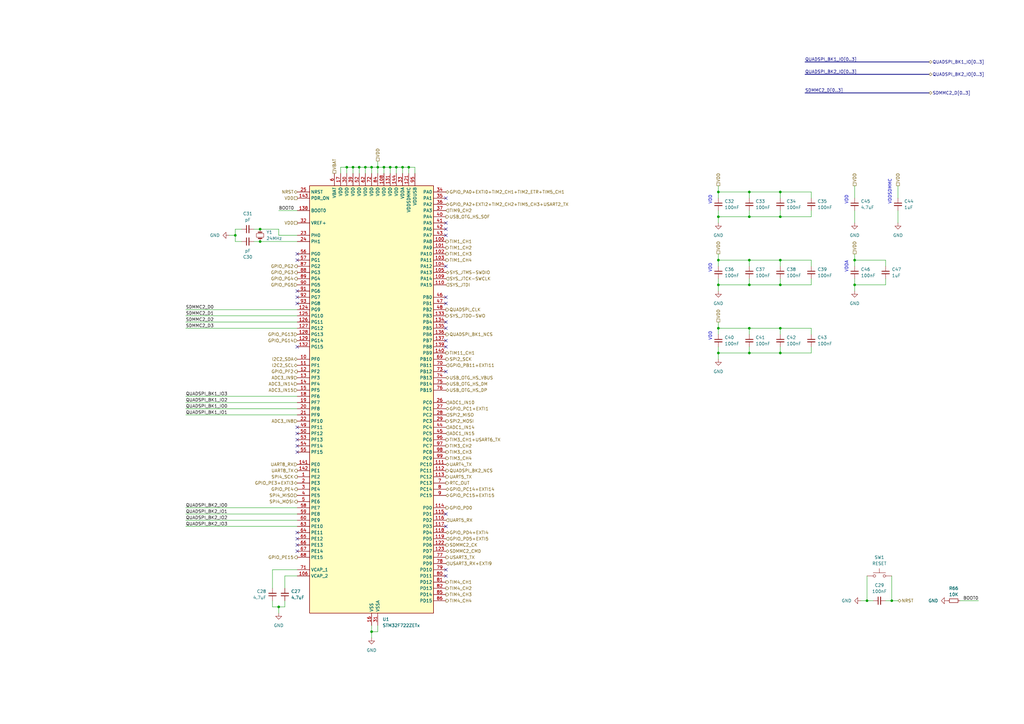
<source format=kicad_sch>
(kicad_sch (version 20230121) (generator eeschema)
  (paper "A3")
  (lib_symbols
    (symbol "Device:C_Small" (pin_numbers hide) (pin_names (offset 0.254) hide)
      (property "Reference" "C" (at 0.254 1.778 0))
      (property "Value" "C_Small" (at 0.254 -2.032 0))
      (symbol "C_Small_0_1"
        (polyline (pts (xy -1.524 -0.508) (xy 1.524 -0.508)) (stroke (width 0.3302)))
        (polyline (pts (xy -1.524 0.508) (xy 1.524 0.508)) (stroke (width 0.3048)))
      )
      (symbol "C_Small_1_1"
        (pin passive line (at 0 2.54 270) (length 2.032) (name "~") (number "1"))
        (pin passive line (at 0 -2.54 90) (length 2.032) (name "~") (number "2"))
      )
    )
    (symbol "Device:Crystal_Small" (pin_numbers hide) (pin_names (offset 1.016) hide)
      (property "Reference" "Y" (at 0 2.54 0))
      (property "Value" "Crystal_Small" (at 0 -2.54 0))
      (symbol "Crystal_Small_0_1"
        (rectangle (start -0.762 -1.524) (end 0.762 1.524))
        (polyline (pts (xy -1.27 -0.762) (xy -1.27 0.762)) (stroke (width 0.381)))
        (polyline (pts (xy 1.27 -0.762) (xy 1.27 0.762)) (stroke (width 0.381)))
      )
      (symbol "Crystal_Small_1_1"
        (pin passive line (at -2.54 0 0) (length 1.27) (name "1") (number "1"))
        (pin passive line (at 2.54 0 180) (length 1.27) (name "2") (number "2"))
      )
    )
    (symbol "Device:R_Small" (pin_numbers hide) (pin_names (offset 0.254) hide)
      (property "Reference" "R" (at 0.762 0.508 0))
      (property "Value" "R_Small" (at 0.762 -1.016 0))
      (symbol "R_Small_0_1"
        (rectangle (start -0.762 1.778) (end 0.762 -1.778) (stroke (width 0.2032)))
      )
      (symbol "R_Small_1_1"
        (pin passive line (at 0 2.54 270) (length 0.762) (name "~") (number "1"))
        (pin passive line (at 0 -2.54 90) (length 0.762) (name "~") (number "2"))
      )
    )
    (symbol "MCU_ST_STM32F7:STM32F722ZETx"
      (property "Reference" "U" (at -25.4 90.17 0))
      (property "Value" "STM32F722ZETx" (at 20.32 90.17 0))
      (symbol "STM32F722ZETx_0_1"
        (rectangle (start -25.4 -86.36) (end 25.4 88.9) (stroke (width 0.254)) (fill (type background)))
      )
      (symbol "STM32F722ZETx_1_1"
        (pin bidirectional line (at -30.48 -30.48 0) (length 5.08) (name "PE2") (number "1"))
        (pin bidirectional line (at -30.48 17.78 0) (length 5.08) (name "PF0") (number "10"))
        (pin bidirectional line (at 30.48 66.04 180) (length 5.08) (name "PA8") (number "100"))
        (pin bidirectional line (at 30.48 63.5 180) (length 5.08) (name "PA9") (number "101"))
        (pin bidirectional line (at 30.48 60.96 180) (length 5.08) (name "PA10") (number "102"))
        (pin bidirectional line (at 30.48 58.42 180) (length 5.08) (name "PA11") (number "103"))
        (pin bidirectional line (at 30.48 55.88 180) (length 5.08) (name "PA12") (number "104"))
        (pin bidirectional line (at 30.48 53.34 180) (length 5.08) (name "PA13") (number "105"))
        (pin power_out line (at -30.48 -71.12 0) (length 5.08) (name "VCAP_2") (number "106"))
        (pin passive line (at 0 -91.44 90) (length 5.08) hide (name "VSS") (number "107"))
        (pin power_in line (at 5.08 93.98 270) (length 5.08) (name "VDD") (number "108"))
        (pin bidirectional line (at 30.48 50.8 180) (length 5.08) (name "PA14") (number "109"))
        (pin bidirectional line (at -30.48 15.24 0) (length 5.08) (name "PF1") (number "11"))
        (pin bidirectional line (at 30.48 48.26 180) (length 5.08) (name "PA15") (number "110"))
        (pin bidirectional line (at 30.48 -25.4 180) (length 5.08) (name "PC10") (number "111"))
        (pin bidirectional line (at 30.48 -27.94 180) (length 5.08) (name "PC11") (number "112"))
        (pin bidirectional line (at 30.48 -30.48 180) (length 5.08) (name "PC12") (number "113"))
        (pin bidirectional line (at 30.48 -43.18 180) (length 5.08) (name "PD0") (number "114"))
        (pin bidirectional line (at 30.48 -45.72 180) (length 5.08) (name "PD1") (number "115"))
        (pin bidirectional line (at 30.48 -48.26 180) (length 5.08) (name "PD2") (number "116"))
        (pin bidirectional line (at 30.48 -50.8 180) (length 5.08) (name "PD3") (number "117"))
        (pin bidirectional line (at 30.48 -53.34 180) (length 5.08) (name "PD4") (number "118"))
        (pin bidirectional line (at 30.48 -55.88 180) (length 5.08) (name "PD5") (number "119"))
        (pin bidirectional line (at -30.48 12.7 0) (length 5.08) (name "PF2") (number "12"))
        (pin passive line (at 0 -91.44 90) (length 5.08) hide (name "VSS") (number "120"))
        (pin power_in line (at 15.24 93.98 270) (length 5.08) (name "VDDSDMMC") (number "121"))
        (pin bidirectional line (at 30.48 -58.42 180) (length 5.08) (name "PD6") (number "122"))
        (pin bidirectional line (at 30.48 -60.96 180) (length 5.08) (name "PD7") (number "123"))
        (pin bidirectional line (at -30.48 38.1 0) (length 5.08) (name "PG9") (number "124"))
        (pin bidirectional line (at -30.48 35.56 0) (length 5.08) (name "PG10") (number "125"))
        (pin bidirectional line (at -30.48 33.02 0) (length 5.08) (name "PG11") (number "126"))
        (pin bidirectional line (at -30.48 30.48 0) (length 5.08) (name "PG12") (number "127"))
        (pin bidirectional line (at -30.48 27.94 0) (length 5.08) (name "PG13") (number "128"))
        (pin bidirectional line (at -30.48 25.4 0) (length 5.08) (name "PG14") (number "129"))
        (pin bidirectional line (at -30.48 10.16 0) (length 5.08) (name "PF3") (number "13"))
        (pin passive line (at 0 -91.44 90) (length 5.08) hide (name "VSS") (number "130"))
        (pin power_in line (at 7.62 93.98 270) (length 5.08) (name "VDD") (number "131"))
        (pin bidirectional line (at -30.48 22.86 0) (length 5.08) (name "PG15") (number "132"))
        (pin bidirectional line (at 30.48 35.56 180) (length 5.08) (name "PB3") (number "133"))
        (pin bidirectional line (at 30.48 33.02 180) (length 5.08) (name "PB4") (number "134"))
        (pin bidirectional line (at 30.48 30.48 180) (length 5.08) (name "PB5") (number "135"))
        (pin bidirectional line (at 30.48 27.94 180) (length 5.08) (name "PB6") (number "136"))
        (pin bidirectional line (at 30.48 25.4 180) (length 5.08) (name "PB7") (number "137"))
        (pin input line (at -30.48 78.74 0) (length 5.08) (name "BOOT0") (number "138"))
        (pin bidirectional line (at 30.48 22.86 180) (length 5.08) (name "PB8") (number "139"))
        (pin bidirectional line (at -30.48 7.62 0) (length 5.08) (name "PF4") (number "14"))
        (pin bidirectional line (at 30.48 20.32 180) (length 5.08) (name "PB9") (number "140"))
        (pin bidirectional line (at -30.48 -25.4 0) (length 5.08) (name "PE0") (number "141"))
        (pin bidirectional line (at -30.48 -27.94 0) (length 5.08) (name "PE1") (number "142"))
        (pin input line (at -30.48 83.82 0) (length 5.08) (name "PDR_ON") (number "143"))
        (pin power_in line (at 10.16 93.98 270) (length 5.08) (name "VDD") (number "144"))
        (pin bidirectional line (at -30.48 5.08 0) (length 5.08) (name "PF5") (number "15"))
        (pin power_in line (at 0 -91.44 90) (length 5.08) (name "VSS") (number "16"))
        (pin power_in line (at -12.7 93.98 270) (length 5.08) (name "VDD") (number "17"))
        (pin bidirectional line (at -30.48 2.54 0) (length 5.08) (name "PF6") (number "18"))
        (pin bidirectional line (at -30.48 0 0) (length 5.08) (name "PF7") (number "19"))
        (pin bidirectional line (at -30.48 -33.02 0) (length 5.08) (name "PE3") (number "2"))
        (pin bidirectional line (at -30.48 -2.54 0) (length 5.08) (name "PF8") (number "20"))
        (pin bidirectional line (at -30.48 -5.08 0) (length 5.08) (name "PF9") (number "21"))
        (pin bidirectional line (at -30.48 -7.62 0) (length 5.08) (name "PF10") (number "22"))
        (pin bidirectional line (at -30.48 68.58 0) (length 5.08) (name "PH0") (number "23"))
        (pin bidirectional line (at -30.48 66.04 0) (length 5.08) (name "PH1") (number "24"))
        (pin input line (at -30.48 86.36 0) (length 5.08) (name "NRST") (number "25"))
        (pin bidirectional line (at 30.48 0 180) (length 5.08) (name "PC0") (number "26"))
        (pin bidirectional line (at 30.48 -2.54 180) (length 5.08) (name "PC1") (number "27"))
        (pin bidirectional line (at 30.48 -5.08 180) (length 5.08) (name "PC2") (number "28"))
        (pin bidirectional line (at 30.48 -7.62 180) (length 5.08) (name "PC3") (number "29"))
        (pin bidirectional line (at -30.48 -35.56 0) (length 5.08) (name "PE4") (number "3"))
        (pin power_in line (at -10.16 93.98 270) (length 5.08) (name "VDD") (number "30"))
        (pin power_in line (at 2.54 -91.44 90) (length 5.08) (name "VSSA") (number "31"))
        (pin input line (at -30.48 73.66 0) (length 5.08) (name "VREF+") (number "32"))
        (pin power_in line (at 12.7 93.98 270) (length 5.08) (name "VDDA") (number "33"))
        (pin bidirectional line (at 30.48 86.36 180) (length 5.08) (name "PA0") (number "34"))
        (pin bidirectional line (at 30.48 83.82 180) (length 5.08) (name "PA1") (number "35"))
        (pin bidirectional line (at 30.48 81.28 180) (length 5.08) (name "PA2") (number "36"))
        (pin bidirectional line (at 30.48 78.74 180) (length 5.08) (name "PA3") (number "37"))
        (pin passive line (at 0 -91.44 90) (length 5.08) hide (name "VSS") (number "38"))
        (pin power_in line (at -7.62 93.98 270) (length 5.08) (name "VDD") (number "39"))
        (pin bidirectional line (at -30.48 -38.1 0) (length 5.08) (name "PE5") (number "4"))
        (pin bidirectional line (at 30.48 76.2 180) (length 5.08) (name "PA4") (number "40"))
        (pin bidirectional line (at 30.48 73.66 180) (length 5.08) (name "PA5") (number "41"))
        (pin bidirectional line (at 30.48 71.12 180) (length 5.08) (name "PA6") (number "42"))
        (pin bidirectional line (at 30.48 68.58 180) (length 5.08) (name "PA7") (number "43"))
        (pin bidirectional line (at 30.48 -10.16 180) (length 5.08) (name "PC4") (number "44"))
        (pin bidirectional line (at 30.48 -12.7 180) (length 5.08) (name "PC5") (number "45"))
        (pin bidirectional line (at 30.48 43.18 180) (length 5.08) (name "PB0") (number "46"))
        (pin bidirectional line (at 30.48 40.64 180) (length 5.08) (name "PB1") (number "47"))
        (pin bidirectional line (at 30.48 38.1 180) (length 5.08) (name "PB2") (number "48"))
        (pin bidirectional line (at -30.48 -10.16 0) (length 5.08) (name "PF11") (number "49"))
        (pin bidirectional line (at -30.48 -40.64 0) (length 5.08) (name "PE6") (number "5"))
        (pin bidirectional line (at -30.48 -12.7 0) (length 5.08) (name "PF12") (number "50"))
        (pin passive line (at 0 -91.44 90) (length 5.08) hide (name "VSS") (number "51"))
        (pin power_in line (at -5.08 93.98 270) (length 5.08) (name "VDD") (number "52"))
        (pin bidirectional line (at -30.48 -15.24 0) (length 5.08) (name "PF13") (number "53"))
        (pin bidirectional line (at -30.48 -17.78 0) (length 5.08) (name "PF14") (number "54"))
        (pin bidirectional line (at -30.48 -20.32 0) (length 5.08) (name "PF15") (number "55"))
        (pin bidirectional line (at -30.48 60.96 0) (length 5.08) (name "PG0") (number "56"))
        (pin bidirectional line (at -30.48 58.42 0) (length 5.08) (name "PG1") (number "57"))
        (pin bidirectional line (at -30.48 -43.18 0) (length 5.08) (name "PE7") (number "58"))
        (pin bidirectional line (at -30.48 -45.72 0) (length 5.08) (name "PE8") (number "59"))
        (pin power_in line (at -15.24 93.98 270) (length 5.08) (name "VBAT") (number "6"))
        (pin bidirectional line (at -30.48 -48.26 0) (length 5.08) (name "PE9") (number "60"))
        (pin passive line (at 0 -91.44 90) (length 5.08) hide (name "VSS") (number "61"))
        (pin power_in line (at -2.54 93.98 270) (length 5.08) (name "VDD") (number "62"))
        (pin bidirectional line (at -30.48 -50.8 0) (length 5.08) (name "PE10") (number "63"))
        (pin bidirectional line (at -30.48 -53.34 0) (length 5.08) (name "PE11") (number "64"))
        (pin bidirectional line (at -30.48 -55.88 0) (length 5.08) (name "PE12") (number "65"))
        (pin bidirectional line (at -30.48 -58.42 0) (length 5.08) (name "PE13") (number "66"))
        (pin bidirectional line (at -30.48 -60.96 0) (length 5.08) (name "PE14") (number "67"))
        (pin bidirectional line (at -30.48 -63.5 0) (length 5.08) (name "PE15") (number "68"))
        (pin bidirectional line (at 30.48 17.78 180) (length 5.08) (name "PB10") (number "69"))
        (pin bidirectional line (at 30.48 -33.02 180) (length 5.08) (name "PC13") (number "7"))
        (pin bidirectional line (at 30.48 15.24 180) (length 5.08) (name "PB11") (number "70"))
        (pin power_out line (at -30.48 -68.58 0) (length 5.08) (name "VCAP_1") (number "71"))
        (pin power_in line (at 0 93.98 270) (length 5.08) (name "VDD") (number "72"))
        (pin bidirectional line (at 30.48 12.7 180) (length 5.08) (name "PB12") (number "73"))
        (pin bidirectional line (at 30.48 10.16 180) (length 5.08) (name "PB13") (number "74"))
        (pin bidirectional line (at 30.48 7.62 180) (length 5.08) (name "PB14") (number "75"))
        (pin bidirectional line (at 30.48 5.08 180) (length 5.08) (name "PB15") (number "76"))
        (pin bidirectional line (at 30.48 -63.5 180) (length 5.08) (name "PD8") (number "77"))
        (pin bidirectional line (at 30.48 -66.04 180) (length 5.08) (name "PD9") (number "78"))
        (pin bidirectional line (at 30.48 -68.58 180) (length 5.08) (name "PD10") (number "79"))
        (pin bidirectional line (at 30.48 -35.56 180) (length 5.08) (name "PC14") (number "8"))
        (pin bidirectional line (at 30.48 -71.12 180) (length 5.08) (name "PD11") (number "80"))
        (pin bidirectional line (at 30.48 -73.66 180) (length 5.08) (name "PD12") (number "81"))
        (pin bidirectional line (at 30.48 -76.2 180) (length 5.08) (name "PD13") (number "82"))
        (pin passive line (at 0 -91.44 90) (length 5.08) hide (name "VSS") (number "83"))
        (pin power_in line (at 2.54 93.98 270) (length 5.08) (name "VDD") (number "84"))
        (pin bidirectional line (at 30.48 -78.74 180) (length 5.08) (name "PD14") (number "85"))
        (pin bidirectional line (at 30.48 -81.28 180) (length 5.08) (name "PD15") (number "86"))
        (pin bidirectional line (at -30.48 55.88 0) (length 5.08) (name "PG2") (number "87"))
        (pin bidirectional line (at -30.48 53.34 0) (length 5.08) (name "PG3") (number "88"))
        (pin bidirectional line (at -30.48 50.8 0) (length 5.08) (name "PG4") (number "89"))
        (pin bidirectional line (at 30.48 -38.1 180) (length 5.08) (name "PC15") (number "9"))
        (pin bidirectional line (at -30.48 48.26 0) (length 5.08) (name "PG5") (number "90"))
        (pin bidirectional line (at -30.48 45.72 0) (length 5.08) (name "PG6") (number "91"))
        (pin bidirectional line (at -30.48 43.18 0) (length 5.08) (name "PG7") (number "92"))
        (pin bidirectional line (at -30.48 40.64 0) (length 5.08) (name "PG8") (number "93"))
        (pin passive line (at 0 -91.44 90) (length 5.08) hide (name "VSS") (number "94"))
        (pin power_in line (at 17.78 93.98 270) (length 5.08) (name "VDDUSB") (number "95"))
        (pin bidirectional line (at 30.48 -15.24 180) (length 5.08) (name "PC6") (number "96"))
        (pin bidirectional line (at 30.48 -17.78 180) (length 5.08) (name "PC7") (number "97"))
        (pin bidirectional line (at 30.48 -20.32 180) (length 5.08) (name "PC8") (number "98"))
        (pin bidirectional line (at 30.48 -22.86 180) (length 5.08) (name "PC9") (number "99"))
      )
    )
    (symbol "Switch:SW_Push" (pin_numbers hide) (pin_names (offset 1.016) hide)
      (property "Reference" "SW" (at 1.27 2.54 0))
      (property "Value" "SW_Push" (at 0 -1.524 0))
      (symbol "SW_Push_0_1"
        (circle (center -2.032 0) (radius 0.508))
        (polyline (pts (xy 0 1.27) (xy 0 3.048)))
        (polyline (pts (xy 2.54 1.27) (xy -2.54 1.27)))
        (circle (center 2.032 0) (radius 0.508))
        (pin passive line (at -5.08 0 0) (length 2.54) (name "1") (number "1"))
        (pin passive line (at 5.08 0 180) (length 2.54) (name "2") (number "2"))
      )
    )
    (symbol "power:GND" (power) (pin_names (offset 0))
      (property "Value" "GND" (at 0 -3.81 0))
      (symbol "GND_0_1"
        (polyline (pts (xy 0 0) (xy 0 -1.27) (xy 1.27 -1.27) (xy 0 -2.54) (xy -1.27 -1.27) (xy 0 -1.27)))
      )
      (symbol "GND_1_1"
        (pin power_in line (at 0 0 270) (length 0) hide (name "GND") (number "1"))
      )
    )
  )
  (junction (at 294.64 78.74))
  (junction (at 365.76 246.38))
  (junction (at 154.94 68.58))
  (junction (at 149.86 68.58))
  (junction (at 307.34 144.78))
  (junction (at 152.4 259.08))
  (junction (at 152.4 68.58))
  (junction (at 142.24 68.58))
  (junction (at 96.52 96.52))
  (junction (at 147.32 68.58))
  (junction (at 294.64 106.68))
  (junction (at 160.02 68.58))
  (junction (at 320.04 116.84))
  (junction (at 162.56 68.58))
  (junction (at 307.34 106.68))
  (junction (at 320.04 134.62))
  (junction (at 307.34 78.74))
  (junction (at 307.34 116.84))
  (junction (at 350.52 116.84))
  (junction (at 320.04 88.9))
  (junction (at 350.52 106.68))
  (junction (at 294.64 144.78))
  (junction (at 157.48 68.58))
  (junction (at 114.3 248.92))
  (junction (at 320.04 106.68))
  (junction (at 294.64 134.62))
  (junction (at 320.04 144.78))
  (junction (at 307.34 134.62))
  (junction (at 294.64 88.9))
  (junction (at 355.6 246.38))
  (junction (at 106.68 99.06))
  (junction (at 307.34 88.9))
  (junction (at 106.68 93.98))
  (junction (at 294.64 116.84))
  (junction (at 320.04 78.74))
  (junction (at 165.1 68.58))
  (junction (at 167.64 68.58))
  (junction (at 144.78 68.58))
  (no_connect (at 121.92 182.88))
  (no_connect (at 121.92 104.14))
  (no_connect (at 121.92 180.34))
  (no_connect (at 121.92 177.8))
  (no_connect (at 121.92 185.42))
  (no_connect (at 121.92 119.38))
  (no_connect (at 182.88 109.22))
  (no_connect (at 121.92 124.46))
  (no_connect (at 182.88 91.44))
  (no_connect (at 182.88 210.82))
  (no_connect (at 182.88 134.62))
  (no_connect (at 121.92 175.26))
  (no_connect (at 182.88 152.4))
  (no_connect (at 182.88 81.28))
  (no_connect (at 121.92 220.98))
  (no_connect (at 182.88 236.22))
  (no_connect (at 121.92 218.44))
  (no_connect (at 121.92 106.68))
  (no_connect (at 121.92 121.92))
  (no_connect (at 182.88 93.98))
  (no_connect (at 182.88 215.9))
  (no_connect (at 182.88 139.7))
  (no_connect (at 182.88 121.92))
  (no_connect (at 182.88 233.68))
  (no_connect (at 182.88 96.52))
  (no_connect (at 121.92 226.06))
  (no_connect (at 182.88 132.08))
  (no_connect (at 182.88 142.24))
  (no_connect (at 121.92 223.52))
  (no_connect (at 182.88 124.46))
  (no_connect (at 121.92 142.24))
  (wire (pts (xy 149.86 68.58) (xy 149.86 71.12)))
  (wire (pts (xy 307.34 144.78) (xy 320.04 144.78)))
  (wire (pts (xy 363.22 114.3) (xy 363.22 116.84)))
  (wire (pts (xy 142.24 68.58) (xy 142.24 71.12)))
  (wire (pts (xy 76.2 165.1) (xy 121.92 165.1)))
  (wire (pts (xy 307.34 134.62) (xy 307.34 137.16)))
  (wire (pts (xy 355.6 236.22) (xy 355.6 246.38)))
  (wire (pts (xy 363.22 106.68) (xy 363.22 109.22)))
  (wire (pts (xy 106.68 99.06) (xy 121.92 99.06)))
  (wire (pts (xy 114.3 248.92) (xy 116.84 248.92)))
  (wire (pts (xy 111.76 233.68) (xy 121.92 233.68)))
  (wire (pts (xy 116.84 248.92) (xy 116.84 246.38)))
  (wire (pts (xy 294.64 137.16) (xy 294.64 134.62)))
  (wire (pts (xy 320.04 88.9) (xy 332.74 88.9)))
  (wire (pts (xy 147.32 68.58) (xy 147.32 71.12)))
  (wire (pts (xy 320.04 106.68) (xy 320.04 109.22)))
  (wire (pts (xy 162.56 68.58) (xy 165.1 68.58)))
  (wire (pts (xy 116.84 236.22) (xy 121.92 236.22)))
  (wire (pts (xy 76.2 162.56) (xy 121.92 162.56)))
  (bus (pts (xy 330.2 25.4) (xy 381 25.4)))
  (wire (pts (xy 157.48 68.58) (xy 157.48 71.12)))
  (wire (pts (xy 350.52 106.68) (xy 350.52 109.22)))
  (wire (pts (xy 111.76 248.92) (xy 111.76 246.38)))
  (wire (pts (xy 294.64 114.3) (xy 294.64 116.84)))
  (wire (pts (xy 307.34 106.68) (xy 307.34 109.22)))
  (wire (pts (xy 154.94 68.58) (xy 154.94 71.12)))
  (wire (pts (xy 104.14 99.06) (xy 106.68 99.06)))
  (wire (pts (xy 307.34 116.84) (xy 320.04 116.84)))
  (wire (pts (xy 162.56 68.58) (xy 162.56 71.12)))
  (wire (pts (xy 307.34 144.78) (xy 307.34 142.24)))
  (wire (pts (xy 76.2 215.9) (xy 121.92 215.9)))
  (wire (pts (xy 307.34 78.74) (xy 320.04 78.74)))
  (wire (pts (xy 294.64 78.74) (xy 294.64 76.2)))
  (wire (pts (xy 307.34 78.74) (xy 307.34 81.28)))
  (wire (pts (xy 114.3 248.92) (xy 111.76 248.92)))
  (wire (pts (xy 320.04 144.78) (xy 320.04 142.24)))
  (wire (pts (xy 294.64 109.22) (xy 294.64 106.68)))
  (wire (pts (xy 76.2 127) (xy 121.92 127)))
  (wire (pts (xy 353.06 246.38) (xy 355.6 246.38)))
  (wire (pts (xy 157.48 68.58) (xy 160.02 68.58)))
  (wire (pts (xy 76.2 134.62) (xy 121.92 134.62)))
  (wire (pts (xy 294.64 81.28) (xy 294.64 78.74)))
  (wire (pts (xy 144.78 68.58) (xy 147.32 68.58)))
  (wire (pts (xy 294.64 134.62) (xy 294.64 132.08)))
  (wire (pts (xy 350.52 76.2) (xy 350.52 81.28)))
  (wire (pts (xy 350.52 104.14) (xy 350.52 106.68)))
  (wire (pts (xy 294.64 106.68) (xy 294.64 104.14)))
  (wire (pts (xy 307.34 116.84) (xy 307.34 114.3)))
  (wire (pts (xy 167.64 68.58) (xy 167.64 71.12)))
  (wire (pts (xy 96.52 99.06) (xy 99.06 99.06)))
  (wire (pts (xy 320.04 116.84) (xy 320.04 114.3)))
  (wire (pts (xy 294.64 88.9) (xy 294.64 91.44)))
  (wire (pts (xy 76.2 208.28) (xy 121.92 208.28)))
  (bus (pts (xy 330.2 30.48) (xy 381 30.48)))
  (wire (pts (xy 393.7 246.38) (xy 401.32 246.38)))
  (wire (pts (xy 165.1 68.58) (xy 167.64 68.58)))
  (wire (pts (xy 152.4 68.58) (xy 154.94 68.58)))
  (wire (pts (xy 320.04 116.84) (xy 332.74 116.84)))
  (wire (pts (xy 320.04 144.78) (xy 332.74 144.78)))
  (wire (pts (xy 294.64 86.36) (xy 294.64 88.9)))
  (wire (pts (xy 93.98 96.52) (xy 96.52 96.52)))
  (wire (pts (xy 76.2 167.64) (xy 121.92 167.64)))
  (wire (pts (xy 294.64 116.84) (xy 307.34 116.84)))
  (wire (pts (xy 152.4 256.54) (xy 152.4 259.08)))
  (wire (pts (xy 147.32 68.58) (xy 149.86 68.58)))
  (wire (pts (xy 365.76 246.38) (xy 368.3 246.38)))
  (wire (pts (xy 350.52 116.84) (xy 350.52 119.38)))
  (wire (pts (xy 332.74 88.9) (xy 332.74 86.36)))
  (wire (pts (xy 152.4 259.08) (xy 154.94 259.08)))
  (wire (pts (xy 76.2 210.82) (xy 121.92 210.82)))
  (wire (pts (xy 332.74 144.78) (xy 332.74 142.24)))
  (wire (pts (xy 160.02 68.58) (xy 160.02 71.12)))
  (wire (pts (xy 139.7 68.58) (xy 142.24 68.58)))
  (wire (pts (xy 320.04 78.74) (xy 320.04 81.28)))
  (wire (pts (xy 96.52 96.52) (xy 96.52 99.06)))
  (wire (pts (xy 320.04 88.9) (xy 320.04 86.36)))
  (wire (pts (xy 350.52 106.68) (xy 363.22 106.68)))
  (wire (pts (xy 144.78 68.58) (xy 144.78 71.12)))
  (wire (pts (xy 320.04 106.68) (xy 332.74 106.68)))
  (wire (pts (xy 152.4 261.62) (xy 152.4 259.08)))
  (wire (pts (xy 142.24 68.58) (xy 144.78 68.58)))
  (wire (pts (xy 99.06 93.98) (xy 96.52 93.98)))
  (wire (pts (xy 165.1 68.58) (xy 165.1 71.12)))
  (wire (pts (xy 294.64 144.78) (xy 307.34 144.78)))
  (wire (pts (xy 368.3 86.36) (xy 368.3 91.44)))
  (wire (pts (xy 332.74 134.62) (xy 332.74 137.16)))
  (wire (pts (xy 76.2 170.18) (xy 121.92 170.18)))
  (wire (pts (xy 114.3 251.46) (xy 114.3 248.92)))
  (wire (pts (xy 355.6 246.38) (xy 358.14 246.38)))
  (wire (pts (xy 139.7 71.12) (xy 139.7 68.58)))
  (wire (pts (xy 121.92 96.52) (xy 114.3 96.52)))
  (wire (pts (xy 294.64 144.78) (xy 294.64 147.32)))
  (wire (pts (xy 154.94 66.04) (xy 154.94 68.58)))
  (wire (pts (xy 152.4 68.58) (xy 152.4 71.12)))
  (wire (pts (xy 76.2 213.36) (xy 121.92 213.36)))
  (wire (pts (xy 363.22 116.84) (xy 350.52 116.84)))
  (wire (pts (xy 294.64 78.74) (xy 307.34 78.74)))
  (wire (pts (xy 294.64 106.68) (xy 307.34 106.68)))
  (wire (pts (xy 365.76 236.22) (xy 365.76 246.38)))
  (wire (pts (xy 114.3 96.52) (xy 114.3 93.98)))
  (wire (pts (xy 350.52 86.36) (xy 350.52 91.44)))
  (wire (pts (xy 307.34 88.9) (xy 320.04 88.9)))
  (wire (pts (xy 114.3 86.36) (xy 121.92 86.36)))
  (wire (pts (xy 76.2 132.08) (xy 121.92 132.08)))
  (wire (pts (xy 307.34 134.62) (xy 320.04 134.62)))
  (wire (pts (xy 294.64 116.84) (xy 294.64 119.38)))
  (wire (pts (xy 332.74 116.84) (xy 332.74 114.3)))
  (wire (pts (xy 167.64 68.58) (xy 170.18 68.58)))
  (wire (pts (xy 368.3 76.2) (xy 368.3 81.28)))
  (wire (pts (xy 320.04 78.74) (xy 332.74 78.74)))
  (wire (pts (xy 294.64 88.9) (xy 307.34 88.9)))
  (wire (pts (xy 76.2 129.54) (xy 121.92 129.54)))
  (wire (pts (xy 332.74 78.74) (xy 332.74 81.28)))
  (wire (pts (xy 294.64 134.62) (xy 307.34 134.62)))
  (wire (pts (xy 332.74 106.68) (xy 332.74 109.22)))
  (wire (pts (xy 363.22 246.38) (xy 365.76 246.38)))
  (wire (pts (xy 149.86 68.58) (xy 152.4 68.58)))
  (wire (pts (xy 104.14 93.98) (xy 106.68 93.98)))
  (wire (pts (xy 320.04 134.62) (xy 320.04 137.16)))
  (wire (pts (xy 307.34 106.68) (xy 320.04 106.68)))
  (wire (pts (xy 170.18 68.58) (xy 170.18 71.12)))
  (wire (pts (xy 294.64 142.24) (xy 294.64 144.78)))
  (wire (pts (xy 160.02 68.58) (xy 162.56 68.58)))
  (wire (pts (xy 154.94 68.58) (xy 157.48 68.58)))
  (wire (pts (xy 96.52 93.98) (xy 96.52 96.52)))
  (bus (pts (xy 330.2 38.1) (xy 381 38.1)))
  (wire (pts (xy 116.84 241.3) (xy 116.84 236.22)))
  (wire (pts (xy 307.34 88.9) (xy 307.34 86.36)))
  (wire (pts (xy 320.04 134.62) (xy 332.74 134.62)))
  (wire (pts (xy 111.76 241.3) (xy 111.76 233.68)))
  (wire (pts (xy 350.52 114.3) (xy 350.52 116.84)))
  (wire (pts (xy 114.3 93.98) (xy 106.68 93.98)))
  (wire (pts (xy 154.94 256.54) (xy 154.94 259.08)))
  (text "VDDSDMMC" (at 365.76 83.82 90) (effects (font (size 1.27 1.27)) (justify left bottom)))
  (text "VDD" (at 292.1 111.76 90) (effects (font (size 1.27 1.27)) (justify left bottom)))
  (text "VDD" (at 347.98 83.82 90) (effects (font (size 1.27 1.27)) (justify left bottom)))
  (text "VDD" (at 292.1 83.82 90) (effects (font (size 1.27 1.27)) (justify left bottom)))
  (text "VDD" (at 292.1 139.7 90) (effects (font (size 1.27 1.27)) (justify left bottom)))
  (text "VDDA" (at 347.98 111.76 90) (effects (font (size 1.27 1.27)) (justify left bottom)))
  (label "QUADSPI_BK2_IO0" (at 76.2 208.28 0))
  (label "QUADSPI_BK1_IO[0..3]" (at 330.2 25.4 0))
  (label "QUADSPI_BK1_IO3" (at 76.2 162.56 0))
  (label "BOOT0" (at 114.3 86.36 0))
  (label "QUADSPI_BK2_IO2" (at 76.2 213.36 0))
  (label "BOOT0" (at 401.32 246.38 180))
  (label "SDMMC2_D2" (at 76.2 132.08 0))
  (label "QUADSPI_BK1_IO2" (at 76.2 165.1 0))
  (label "QUADSPI_BK2_IO[0..3]" (at 330.2 30.48 0))
  (label "QUADSPI_BK1_IO1" (at 76.2 170.18 0))
  (label "QUADSPI_BK1_IO0" (at 76.2 167.64 0))
  (label "SDMMC2_D[0..3]" (at 330.2 38.1 0))
  (label "SDMMC2_D0" (at 76.2 127 0))
  (label "SDMMC2_D3" (at 76.2 134.62 0))
  (label "QUADSPI_BK2_IO1" (at 76.2 210.82 0))
  (label "QUADSPI_BK2_IO3" (at 76.2 215.9 0))
  (label "SDMMC2_D1" (at 76.2 129.54 0))
  (hierarchical_label "TIM3_CH1+USART6_TX" (shape output) (at 182.88 180.34 0))
  (hierarchical_label "SPI4_SCK" (shape output) (at 121.92 195.58 180))
  (hierarchical_label "SDMMC2_CMD" (shape bidirectional) (at 182.88 226.06 0))
  (hierarchical_label "GPIO_PG2" (shape output) (at 121.92 109.22 180))
  (hierarchical_label "TIM9_CH2" (shape input) (at 182.88 86.36 0))
  (hierarchical_label "GPIO_PE4" (shape output) (at 121.92 200.66 180))
  (hierarchical_label "GPIO_PC14+EXTI14" (shape bidirectional) (at 182.88 200.66 0))
  (hierarchical_label "VDD" (shape passive) (at 154.94 66.04 90))
  (hierarchical_label "NRST" (shape bidirectional) (at 368.3 246.38 0))
  (hierarchical_label "ADC3_IN9" (shape input) (at 121.92 154.94 180))
  (hierarchical_label "GPIO_PG3" (shape output) (at 121.92 111.76 180))
  (hierarchical_label "VDD" (shape passive) (at 294.64 76.2 90))
  (hierarchical_label "GPIO_PE3+EXTI3" (shape bidirectional) (at 121.92 198.12 180))
  (hierarchical_label "ADC3_IN14" (shape input) (at 121.92 157.48 180))
  (hierarchical_label "ADC3_IN8" (shape input) (at 121.92 172.72 180))
  (hierarchical_label "QUADSPI_BK2_NCS" (shape output) (at 182.88 193.04 0))
  (hierarchical_label "QUADSPI_BK1_IO[0..3]" (shape bidirectional) (at 381 25.4 0))
  (hierarchical_label "TIM3_CH3" (shape output) (at 182.88 185.42 0))
  (hierarchical_label "QUADSPI_CLK" (shape output) (at 182.88 127 0))
  (hierarchical_label "VDD" (shape passive) (at 294.64 132.08 90))
  (hierarchical_label "GPIO_PG5" (shape input) (at 121.92 116.84 180))
  (hierarchical_label "USB_OTG_HS_SOF" (shape output) (at 182.88 88.9 0))
  (hierarchical_label "GPIO_PG13" (shape input) (at 121.92 137.16 180))
  (hierarchical_label "USART3_RX+EXTI9" (shape input) (at 182.88 231.14 0))
  (hierarchical_label "GPIO_PE15" (shape output) (at 121.92 228.6 180))
  (hierarchical_label "TIM1_CH4" (shape output) (at 182.88 106.68 0))
  (hierarchical_label "SYS_JTCK-SWCLK" (shape input) (at 182.88 114.3 0))
  (hierarchical_label "I2C2_SCL" (shape bidirectional) (at 121.92 149.86 180))
  (hierarchical_label "SYS_JTMS-SWDIO" (shape bidirectional) (at 182.88 111.76 0))
  (hierarchical_label "SPI2_MOSI" (shape output) (at 182.88 172.72 0))
  (hierarchical_label "RTC_OUT" (shape output) (at 182.88 198.12 0))
  (hierarchical_label "TIM1_CH1" (shape output) (at 182.88 99.06 0))
  (hierarchical_label "TIM1_CH3" (shape output) (at 182.88 104.14 0))
  (hierarchical_label "VDD" (shape passive) (at 350.52 104.14 90))
  (hierarchical_label "QUADSPI_BK2_IO[0..3]" (shape bidirectional) (at 381 30.48 0))
  (hierarchical_label "UART5_RX" (shape input) (at 182.88 213.36 0))
  (hierarchical_label "TIM3_CH4" (shape output) (at 182.88 187.96 0))
  (hierarchical_label "VDD" (shape passive) (at 121.92 81.28 180))
  (hierarchical_label "ADC1_IN14" (shape input) (at 182.88 175.26 0))
  (hierarchical_label "SYS_JTDO-SWO" (shape output) (at 182.88 129.54 0))
  (hierarchical_label "VDD" (shape passive) (at 368.3 76.2 90))
  (hierarchical_label "GPIO_PD5+EXTI5" (shape input) (at 182.88 220.98 0))
  (hierarchical_label "GPIO_PF2" (shape output) (at 121.92 152.4 180))
  (hierarchical_label "UART8_TX" (shape output) (at 121.92 193.04 180))
  (hierarchical_label "GPIO_PD0" (shape output) (at 182.88 208.28 0))
  (hierarchical_label "SDMMC2_D[0..3]" (shape bidirectional) (at 381 38.1 0))
  (hierarchical_label "VDD" (shape passive) (at 350.52 76.2 90))
  (hierarchical_label "GPIO_PD4+EXTI4" (shape bidirectional) (at 182.88 218.44 0))
  (hierarchical_label "TIM3_CH2" (shape output) (at 182.88 182.88 0))
  (hierarchical_label "GPIO_PG14" (shape input) (at 121.92 139.7 180))
  (hierarchical_label "VDD" (shape passive) (at 294.64 104.14 90))
  (hierarchical_label "TIM4_CH3" (shape output) (at 182.88 243.84 0))
  (hierarchical_label "QUADSPI_BK1_NCS" (shape output) (at 182.88 137.16 0))
  (hierarchical_label "GPIO_PC1+EXTI1" (shape bidirectional) (at 182.88 167.64 0))
  (hierarchical_label "TIM11_CH1" (shape output) (at 182.88 144.78 0))
  (hierarchical_label "UART4_TX" (shape bidirectional) (at 182.88 190.5 0))
  (hierarchical_label "ADC3_IN15" (shape input) (at 121.92 160.02 180))
  (hierarchical_label "ADC1_IN10" (shape input) (at 182.88 165.1 0))
  (hierarchical_label "USART3_TX" (shape output) (at 182.88 228.6 0))
  (hierarchical_label "SDMMC2_CK" (shape output) (at 182.88 223.52 0))
  (hierarchical_label "USB_OTG_HS_VBUS" (shape bidirectional) (at 182.88 154.94 0))
  (hierarchical_label "VBAT" (shape passive) (at 137.16 71.12 90))
  (hierarchical_label "USB_OTG_HS_DM" (shape bidirectional) (at 182.88 157.48 0))
  (hierarchical_label "I2C2_SDA" (shape bidirectional) (at 121.92 147.32 180))
  (hierarchical_label "GPIO_PA0+EXTI0+TIM2_CH1+TIM2_ETR+TIM5_CH1" (shape bidirectional) (at 182.88 78.74 0))
  (hierarchical_label "TIM4_CH4" (shape output) (at 182.88 246.38 0))
  (hierarchical_label "GPIO_PA2+EXTI2+TIM2_CH2+TIM5_CH3+USART2_TX" (shape bidirectional) (at 182.88 83.82 0))
  (hierarchical_label "GPIO_PB11+EXTI11" (shape input) (at 182.88 149.86 0))
  (hierarchical_label "GPIO_PC15+EXTI15" (shape bidirectional) (at 182.88 203.2 0))
  (hierarchical_label "SPI4_MOSI" (shape output) (at 121.92 205.74 180))
  (hierarchical_label "VDD" (shape passive) (at 121.92 91.44 180))
  (hierarchical_label "SPI2_MISO" (shape input) (at 182.88 170.18 0))
  (hierarchical_label "GPIO_PG4" (shape output) (at 121.92 114.3 180))
  (hierarchical_label "ADC1_IN15" (shape input) (at 182.88 177.8 0))
  (hierarchical_label "UART5_TX" (shape output) (at 182.88 195.58 0))
  (hierarchical_label "SPI4_MISO" (shape input) (at 121.92 203.2 180))
  (hierarchical_label "TIM4_CH1" (shape output) (at 182.88 238.76 0))
  (hierarchical_label "USB_OTG_HS_DP" (shape bidirectional) (at 182.88 160.02 0))
  (hierarchical_label "SPI2_SCK" (shape output) (at 182.88 147.32 0))
  (hierarchical_label "TIM4_CH2" (shape output) (at 182.88 241.3 0))
  (hierarchical_label "SYS_JTDI" (shape input) (at 182.88 116.84 0))
  (hierarchical_label "NRST" (shape bidirectional) (at 121.92 78.74 180))
  (hierarchical_label "UART8_RX" (shape input) (at 121.92 190.5 180))
  (hierarchical_label "TIM1_CH2" (shape output) (at 182.88 101.6 0))
  (symbol (lib_id "Device:C_Small") (at 307.34 139.7 0) (unit 1)
    (property "Reference" "C41" (at 309.88 138.4363 0) (effects (justify left)))
    (property "Value" "100nF" (at 309.88 140.9763 0) (effects (justify left)))
  )
  (symbol (lib_id "Switch:SW_Push") (at 360.68 236.22 0) (unit 1)
    (property "Reference" "SW1" (at 360.68 228.6 0))
    (property "Value" "RESET" (at 360.68 231.14 0))
  )
  (symbol (lib_id "Device:C_Small") (at 360.68 246.38 90) (unit 1)
    (property "Reference" "C29" (at 360.6863 240.03 90))
    (property "Value" "100nF" (at 360.6863 242.57 90))
  )
  (symbol (lib_id "Device:C_Small") (at 368.3 83.82 0) (unit 1)
    (property "Reference" "C44" (at 370.84 82.5563 0) (effects (justify left)))
    (property "Value" "1uF" (at 370.84 85.0963 0) (effects (justify left)))
  )
  (symbol (lib_id "Device:Crystal_Small") (at 106.68 96.52 90) (unit 1)
    (property "Reference" "Y1" (at 109.22 95.25 90) (effects (justify right)))
    (property "Value" "24MHz" (at 109.22 97.79 90) (effects (justify right)))
  )
  (symbol (lib_id "power:GND") (at 294.64 119.38 0) (unit 1)
    (property "Reference" "#PWR047" (effects hide))
    (property "Value" "GND" (at 294.64 124.46 0))
  )
  (symbol (lib_id "Device:C_Small") (at 320.04 111.76 0) (unit 1)
    (property "Reference" "C38" (at 322.58 110.4963 0) (effects (justify left)))
    (property "Value" "100nF" (at 322.58 113.0363 0) (effects (justify left)))
  )
  (symbol (lib_id "Device:C_Small") (at 307.34 111.76 0) (unit 1)
    (property "Reference" "C37" (at 309.88 110.4963 0) (effects (justify left)))
    (property "Value" "100nF" (at 309.88 113.0363 0) (effects (justify left)))
  )
  (symbol (lib_id "power:GND") (at 350.52 119.38 0) (unit 1)
    (property "Reference" "#PWR051" (effects hide))
    (property "Value" "GND" (at 350.52 124.46 0))
  )
  (symbol (lib_id "Device:C_Small") (at 320.04 139.7 0) (unit 1)
    (property "Reference" "C42" (at 322.58 138.4363 0) (effects (justify left)))
    (property "Value" "100nF" (at 322.58 140.9763 0) (effects (justify left)))
  )
  (symbol (lib_id "Device:C_Small") (at 111.76 243.84 0) (mirror x) (unit 1)
    (property "Reference" "C28" (at 109.22 242.5636 0) (effects (justify right)))
    (property "Value" "4.7uF" (at 109.22 245.1036 0) (effects (justify right)))
  )
  (symbol (lib_id "Device:C_Small") (at 294.64 111.76 0) (unit 1)
    (property "Reference" "C36" (at 297.18 110.4963 0) (effects (justify left)))
    (property "Value" "100nF" (at 297.18 113.0363 0) (effects (justify left)))
  )
  (symbol (lib_id "Device:C_Small") (at 350.52 111.76 0) (unit 1)
    (property "Reference" "C46" (at 353.06 110.4963 0) (effects (justify left)))
    (property "Value" "100nF" (at 353.06 113.0363 0) (effects (justify left)))
  )
  (symbol (lib_id "Device:C_Small") (at 350.52 83.82 0) (unit 1)
    (property "Reference" "C45" (at 353.06 82.5563 0) (effects (justify left)))
    (property "Value" "4.7uF" (at 353.06 85.0963 0) (effects (justify left)))
  )
  (symbol (lib_id "power:GND") (at 350.52 91.44 0) (unit 1)
    (property "Reference" "#PWR050" (effects hide))
    (property "Value" "GND" (at 350.52 96.52 0))
  )
  (symbol (lib_id "Device:C_Small") (at 332.74 111.76 0) (unit 1)
    (property "Reference" "C39" (at 335.28 110.4963 0) (effects (justify left)))
    (property "Value" "100nF" (at 335.28 113.0363 0) (effects (justify left)))
  )
  (symbol (lib_id "power:GND") (at 114.3 251.46 0) (unit 1)
    (property "Reference" "#PWR036" (effects hide))
    (property "Value" "GND" (at 114.3 256.54 0))
  )
  (symbol (lib_id "power:GND") (at 294.64 147.32 0) (unit 1)
    (property "Reference" "#PWR048" (effects hide))
    (property "Value" "GND" (at 294.64 152.4 0))
  )
  (symbol (lib_id "power:GND") (at 152.4 261.62 0) (unit 1)
    (property "Reference" "#PWR01" (effects hide))
    (property "Value" "GND" (at 152.4 266.7 0))
  )
  (symbol (lib_id "Device:C_Small") (at 332.74 139.7 0) (unit 1)
    (property "Reference" "C43" (at 335.28 138.4363 0) (effects (justify left)))
    (property "Value" "100nF" (at 335.28 140.9763 0) (effects (justify left)))
  )
  (symbol (lib_id "Device:C_Small") (at 332.74 83.82 0) (unit 1)
    (property "Reference" "C35" (at 335.28 82.5563 0) (effects (justify left)))
    (property "Value" "100nF" (at 335.28 85.0963 0) (effects (justify left)))
  )
  (symbol (lib_id "MCU_ST_STM32F7:STM32F722ZETx") (at 152.4 165.1 0) (unit 1)
    (property "Reference" "U1" (at 156.8959 254 0) (effects (justify left)))
    (property "Value" "STM32F722ZETx" (at 156.8959 256.54 0) (effects (justify left)))
    (property "Footprint" "Package_QFP:LQFP-144_20x20mm_P0.5mm" (effects hide))
    (property "Datasheet" "https://www.st.com/resource/en/datasheet/stm32f722ze.pdf" (effects hide))
  )
  (symbol (lib_id "power:GND") (at 368.3 91.44 0) (unit 1)
    (property "Reference" "#PWR049" (effects hide))
    (property "Value" "GND" (at 368.3 96.52 0))
  )
  (symbol (lib_id "power:GND") (at 93.98 96.52 270) (unit 1)
    (property "Reference" "#PWR045" (effects hide))
    (property "Value" "GND" (at 90.17 96.52 90) (effects (justify right)))
  )
  (symbol (lib_id "Device:C_Small") (at 320.04 83.82 0) (unit 1)
    (property "Reference" "C34" (at 322.58 82.5563 0) (effects (justify left)))
    (property "Value" "100nF" (at 322.58 85.0963 0) (effects (justify left)))
  )
  (symbol (lib_id "Device:C_Small") (at 116.84 243.84 180) (unit 1)
    (property "Reference" "C27" (at 119.38 242.5636 0) (effects (justify right)))
    (property "Value" "4.7uF" (at 119.38 245.1036 0) (effects (justify right)))
  )
  (symbol (lib_id "power:GND") (at 388.62 246.38 270) (unit 1)
    (property "Reference" "#PWR040" (effects hide))
    (property "Value" "GND" (at 384.81 246.38 90) (effects (justify right)))
  )
  (symbol (lib_id "Device:C_Small") (at 101.6 93.98 90) (unit 1)
    (property "Reference" "C31" (at 101.6063 87.63 90))
    (property "Value" "pF" (at 101.6063 90.17 90))
  )
  (symbol (lib_id "Device:C_Small") (at 294.64 139.7 0) (unit 1)
    (property "Reference" "C40" (at 297.18 138.4363 0) (effects (justify left)))
    (property "Value" "100nF" (at 297.18 140.9763 0) (effects (justify left)))
  )
  (symbol (lib_id "Device:C_Small") (at 101.6 99.06 90) (mirror x) (unit 1)
    (property "Reference" "C30" (at 101.6063 105.41 90))
    (property "Value" "pF" (at 101.6063 102.87 90))
  )
  (symbol (lib_id "Device:R_Small") (at 391.16 246.38 270) (unit 1)
    (property "Reference" "R66" (at 391.16 241.3 90))
    (property "Value" "10K" (at 391.16 243.84 90))
  )
  (symbol (lib_id "Device:C_Small") (at 294.64 83.82 0) (unit 1)
    (property "Reference" "C32" (at 297.18 82.5563 0) (effects (justify left)))
    (property "Value" "100nF" (at 297.18 85.0963 0) (effects (justify left)))
  )
  (symbol (lib_id "Device:C_Small") (at 307.34 83.82 0) (unit 1)
    (property "Reference" "C33" (at 309.88 82.5563 0) (effects (justify left)))
    (property "Value" "100nF" (at 309.88 85.0963 0) (effects (justify left)))
  )
  (symbol (lib_id "power:GND") (at 294.64 91.44 0) (unit 1)
    (property "Reference" "#PWR046" (effects hide))
    (property "Value" "GND" (at 294.64 96.52 0))
  )
  (symbol (lib_id "power:GND") (at 353.06 246.38 270) (unit 1)
    (property "Reference" "#PWR044" (effects hide))
    (property "Value" "GND" (at 349.25 246.38 90) (effects (justify right)))
  )
  (symbol (lib_id "Device:C_Small") (at 363.22 111.76 0) (unit 1)
    (property "Reference" "C47" (at 365.76 110.4963 0) (effects (justify left)))
    (property "Value" "1uF" (at 365.76 113.0363 0) (effects (justify left)))
  )
)
</source>
